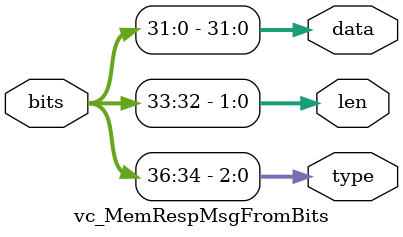
<source format=v>

`ifndef VC_MEM_RESP_MSG_V
`define VC_MEM_RESP_MSG_V


// Data field

`define VC_MEM_RESP_MSG_DATA_SZ( p_data_sz )                            \
  p_data_sz

`define VC_MEM_RESP_MSG_DATA_MSB( p_data_sz )                           \
  ( `VC_MEM_RESP_MSG_DATA_SZ( p_data_sz ) - 1 )

`define VC_MEM_RESP_MSG_DATA_FIELD( p_data_sz )                         \
  (`VC_MEM_RESP_MSG_DATA_MSB( p_data_sz )):                             \
  0

// Length field

`define VC_MEM_RESP_MSG_LEN_SZ( p_data_sz )                             \
  ($clog2(p_data_sz/8))

`define VC_MEM_RESP_MSG_LEN_MSB( p_data_sz )                            \
  (   `VC_MEM_RESP_MSG_DATA_MSB( p_data_sz )                            \
    + `VC_MEM_RESP_MSG_LEN_SZ( p_data_sz ) )

`define VC_MEM_RESP_MSG_LEN_FIELD( p_data_sz )                          \
  (`VC_MEM_RESP_MSG_LEN_MSB( p_data_sz )):                              \
  (`VC_MEM_RESP_MSG_DATA_MSB( p_data_sz ) + 1)

// Type field

`define VC_MEM_RESP_MSG_TYPE_SZ( p_data_sz ) 3
`define VC_MEM_RESP_MSG_TYPE_READ            3'd0
`define VC_MEM_RESP_MSG_TYPE_WRITE           3'd1
`define VC_MEM_RESP_MSG_TYPE_AMOADD          3'd2
`define VC_MEM_RESP_MSG_TYPE_AMOAND          3'd3
`define VC_MEM_RESP_MSG_TYPE_AMOOR           3'd4
`define VC_MEM_RESP_MSG_TYPE_AMOXCH          3'd5

`define VC_MEM_RESP_MSG_TYPE_MSB( p_data_sz )                           \
  (   `VC_MEM_RESP_MSG_LEN_MSB( p_data_sz )                             \
    + `VC_MEM_RESP_MSG_TYPE_SZ( p_data_sz ) )

`define VC_MEM_RESP_MSG_TYPE_FIELD( p_data_sz )                         \
  (`VC_MEM_RESP_MSG_TYPE_MSB( p_data_sz )):                             \
  (`VC_MEM_RESP_MSG_LEN_MSB( p_data_sz ) + 1)

// Total size of message

`define VC_MEM_RESP_MSG_SZ( p_data_sz )                                 \
  (   `VC_MEM_RESP_MSG_TYPE_SZ( p_data_sz )                             \
    + `VC_MEM_RESP_MSG_LEN_SZ(  p_data_sz )                             \
    + `VC_MEM_RESP_MSG_DATA_SZ( p_data_sz ) )

//------------------------------------------------------------------------
// Convert message to bits
//------------------------------------------------------------------------

module vc_MemRespMsgToBits
#(
  parameter p_data_sz = 32
)(
  // Input message

  input [`VC_MEM_RESP_MSG_TYPE_SZ(p_data_sz)-1:0] type,
  input [`VC_MEM_RESP_MSG_LEN_SZ(p_data_sz)-1:0]  len,
  input [`VC_MEM_RESP_MSG_DATA_SZ(p_data_sz)-1:0] data,

  // Output bits

  output [`VC_MEM_RESP_MSG_SZ(p_data_sz)-1:0] bits
);

  assign bits[`VC_MEM_RESP_MSG_TYPE_FIELD(p_data_sz)] = type;
  assign bits[`VC_MEM_RESP_MSG_LEN_FIELD(p_data_sz)]  = len;
  assign bits[`VC_MEM_RESP_MSG_DATA_FIELD(p_data_sz)] = data;

endmodule

//------------------------------------------------------------------------
// Convert message from bits
//------------------------------------------------------------------------

module vc_MemRespMsgFromBits
#(
  parameter p_data_sz = 32
)(
  // Input bits

  input [`VC_MEM_RESP_MSG_SZ(p_data_sz)-1:0] bits,

  // Output message

  output [`VC_MEM_RESP_MSG_TYPE_SZ(p_data_sz)-1:0] type,
  output [`VC_MEM_RESP_MSG_LEN_SZ(p_data_sz)-1:0] len,
  output [`VC_MEM_RESP_MSG_DATA_SZ(p_data_sz)-1:0] data
);

  assign type = bits[`VC_MEM_RESP_MSG_TYPE_FIELD(p_data_sz)];
  assign len  = bits[`VC_MEM_RESP_MSG_LEN_FIELD(p_data_sz)];
  assign data = bits[`VC_MEM_RESP_MSG_DATA_FIELD(p_data_sz)];

endmodule

//------------------------------------------------------------------------
// Convert message to string
//------------------------------------------------------------------------

`ifndef SYNTHESIS
module vc_MemRespMsgToStr
#(
  parameter p_data_sz = 32
)(
  input [`VC_MEM_RESP_MSG_SZ(p_data_sz)-1:0] msg
);

  // Extract fields

  wire [`VC_MEM_RESP_MSG_TYPE_SZ(p_data_sz)-1:0] type;
  wire [`VC_MEM_RESP_MSG_LEN_SZ(p_data_sz)-1:0]  len;
  wire [`VC_MEM_RESP_MSG_DATA_SZ(p_data_sz)-1:0] data;

  vc_MemRespMsgFromBits#(p_data_sz) mem_resp_msg_from_bits
  (
    .bits (msg),
    .type (type),
    .len  (len),
    .data (data)
  );

  // Short names

  localparam c_msg_sz = `VC_MEM_RESP_MSG_SZ(p_data_sz);
  localparam c_read   = `VC_MEM_RESP_MSG_TYPE_READ;
  localparam c_write  = `VC_MEM_RESP_MSG_TYPE_WRITE;
  localparam c_amoadd = `VC_MEM_RESP_MSG_TYPE_AMOADD;
  localparam c_amoand = `VC_MEM_RESP_MSG_TYPE_AMOAND;
  localparam c_amoor  = `VC_MEM_RESP_MSG_TYPE_AMOOR;
  localparam c_amoxch = `VC_MEM_RESP_MSG_TYPE_AMOXCH;

  // Full string sized for 12 characters

  reg [1*8-1:0] len_str;
  reg [4*8-1:0] data_str;

  reg [12*8-1:0] full_str;
  always @(*) begin

    $sformat( len_str,  "%x", len  );
    $sformat( data_str, "%x", data );

    if ( msg === {c_msg_sz{1'bx}} )
      $sformat( full_str, "x        ");
    else begin
      case ( type )
        c_read   : $sformat( full_str, "rd   :%s:%s", len_str, data_str );
        c_write  : $sformat( full_str, "wr          " );
        c_amoadd : $sformat( full_str, "aadd :%s:%s", len_str, data_str );
        c_amoand : $sformat( full_str, "aand :%s:%s", len_str, data_str );
        c_amoor  : $sformat( full_str, "aor  :%s:%s", len_str, data_str );
        c_amoxch : $sformat( full_str, "axch :%s:%s", len_str, data_str );
        default  : $sformat( full_str, "undefined type" );
      endcase
    end

  end

  // Tiny string sized for 2 characters

  reg [2*8-1:0] tiny_str;
  always @(*) begin

    if ( msg === {c_msg_sz{1'bx}} )
      $sformat( tiny_str, "x ");
    else begin
      case ( type )
        c_read   : $sformat( tiny_str, "rd" );
        c_write  : $sformat( tiny_str, "wr" );
        c_amoadd : $sformat( tiny_str, "a+" );
        c_amoand : $sformat( tiny_str, "a&" );
        c_amoor  : $sformat( tiny_str, "a+" );
        c_amoxch : $sformat( tiny_str, "ax" );
        default  : $sformat( tiny_str, "??" );
      endcase
    end

  end

endmodule
`endif /* SYNTHESIS */

`endif /* VC_MEM_RESP_MSG_V */


</source>
